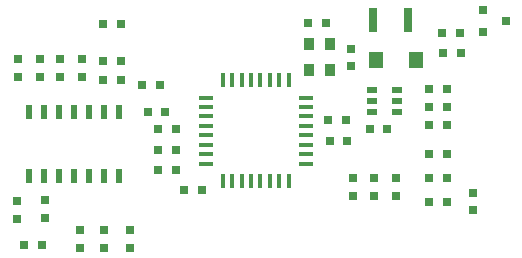
<source format=gbr>
G04 #@! TF.FileFunction,Paste,Top*
%FSLAX46Y46*%
G04 Gerber Fmt 4.6, Leading zero omitted, Abs format (unit mm)*
G04 Created by KiCad (PCBNEW 4.0.7) date 04/26/19 15:52:11*
%MOMM*%
%LPD*%
G01*
G04 APERTURE LIST*
%ADD10C,0.050000*%
%ADD11R,0.719328X0.800608*%
%ADD12R,0.720000X0.800000*%
%ADD13R,0.800608X0.719328*%
%ADD14R,0.800000X0.720000*%
%ADD15R,1.216000X1.344000*%
%ADD16R,0.720000X2.000000*%
%ADD17R,0.640080X0.640080*%
%ADD18R,0.480000X1.200000*%
%ADD19R,1.280000X0.440000*%
%ADD20R,0.440000X1.280000*%
%ADD21R,0.848000X0.520000*%
%ADD22R,0.960000X1.120000*%
G04 APERTURE END LIST*
D10*
D11*
X125051840Y-58900000D03*
D12*
X123548160Y-58900000D03*
D13*
X121650000Y-74701840D03*
D14*
X121650000Y-73198160D03*
D11*
X147651840Y-64700000D03*
D12*
X146148160Y-64700000D03*
D13*
X119900000Y-60251840D03*
D14*
X119900000Y-58748160D03*
D13*
X118200000Y-60251840D03*
D14*
X118200000Y-58748160D03*
D11*
X144151840Y-63900000D03*
D12*
X142648160Y-63900000D03*
D11*
X144251840Y-65700000D03*
D12*
X142748160Y-65700000D03*
D11*
X127348160Y-63200000D03*
D12*
X128851840Y-63200000D03*
D13*
X118650000Y-72201840D03*
D14*
X118650000Y-70698160D03*
D11*
X128248160Y-66400000D03*
D12*
X129751840Y-66400000D03*
D11*
X142451840Y-55700000D03*
D12*
X140948160Y-55700000D03*
D13*
X144600000Y-57848160D03*
D14*
X144600000Y-59351840D03*
D11*
X152651840Y-61300000D03*
D12*
X151148160Y-61300000D03*
D11*
X152651840Y-62800000D03*
D12*
X151148160Y-62800000D03*
D11*
X151148160Y-66800000D03*
D12*
X152651840Y-66800000D03*
D13*
X154900000Y-71551840D03*
D14*
X154900000Y-70048160D03*
D15*
X146700000Y-58800000D03*
X150100000Y-58800000D03*
D16*
X149350000Y-55400000D03*
X146450000Y-55400000D03*
D17*
X155699240Y-54550000D03*
X155699240Y-56450000D03*
X157698220Y-55500000D03*
D13*
X148400000Y-68848160D03*
X148400000Y-70351840D03*
X146500000Y-68848160D03*
X146500000Y-70351840D03*
X125850000Y-74701840D03*
X125850000Y-73198160D03*
D11*
X123548160Y-55800000D03*
X125051840Y-55800000D03*
D13*
X123650000Y-74701840D03*
X123650000Y-73198160D03*
D11*
X123548160Y-60500000D03*
X125051840Y-60500000D03*
X126898160Y-60950000D03*
X128401840Y-60950000D03*
D13*
X121800000Y-58748160D03*
X121800000Y-60251840D03*
X116400000Y-60251840D03*
X116400000Y-58748160D03*
X116300000Y-70748160D03*
X116300000Y-72251840D03*
D11*
X118401840Y-74450000D03*
X116898160Y-74450000D03*
X128248160Y-64700000D03*
X129751840Y-64700000D03*
X128248160Y-68100000D03*
X129751840Y-68100000D03*
D13*
X144700000Y-70351840D03*
X144700000Y-68848160D03*
D11*
X152651840Y-64300000D03*
X151148160Y-64300000D03*
X153851840Y-58200000D03*
X152348160Y-58200000D03*
X152248160Y-56500000D03*
X153751840Y-56500000D03*
X151148160Y-68800000D03*
X152651840Y-68800000D03*
X152651840Y-70800000D03*
X151148160Y-70800000D03*
X131951840Y-69800000D03*
X130448160Y-69800000D03*
D18*
X124960000Y-63250000D03*
X123690000Y-63250000D03*
X122420000Y-63250000D03*
X121150000Y-63250000D03*
X119880000Y-63250000D03*
X118610000Y-63250000D03*
X117340000Y-63250000D03*
X117340000Y-68650000D03*
X118610000Y-68650000D03*
X119880000Y-68650000D03*
X121150000Y-68650000D03*
X122420000Y-68650000D03*
X123690000Y-68650000D03*
X124960000Y-68650000D03*
D19*
X140750000Y-67600000D03*
X140750000Y-66800000D03*
X140750000Y-66000000D03*
X140750000Y-65200000D03*
X140750000Y-64400000D03*
X140750000Y-63600000D03*
X140750000Y-62800000D03*
X140750000Y-62000000D03*
D20*
X139300000Y-60550000D03*
X138500000Y-60550000D03*
X137700000Y-60550000D03*
X136900000Y-60550000D03*
X136100000Y-60550000D03*
X135300000Y-60550000D03*
X134500000Y-60550000D03*
X133700000Y-60550000D03*
D19*
X132250000Y-62000000D03*
X132250000Y-62800000D03*
X132250000Y-63600000D03*
X132250000Y-64400000D03*
X132250000Y-65200000D03*
X132250000Y-66000000D03*
X132250000Y-66800000D03*
X132250000Y-67600000D03*
D20*
X133700000Y-69050000D03*
X134500000Y-69050000D03*
X135300000Y-69050000D03*
X136100000Y-69050000D03*
X136900000Y-69050000D03*
X137700000Y-69050000D03*
X138500000Y-69050000D03*
X139300000Y-69050000D03*
D21*
X146300000Y-61350000D03*
X146300000Y-62300000D03*
X146300000Y-63250000D03*
X148500000Y-63250000D03*
X148500000Y-61350000D03*
X148500000Y-62300000D03*
D22*
X141050000Y-57500000D03*
X141050000Y-59700000D03*
X142750000Y-57500000D03*
X142750000Y-59700000D03*
M02*

</source>
